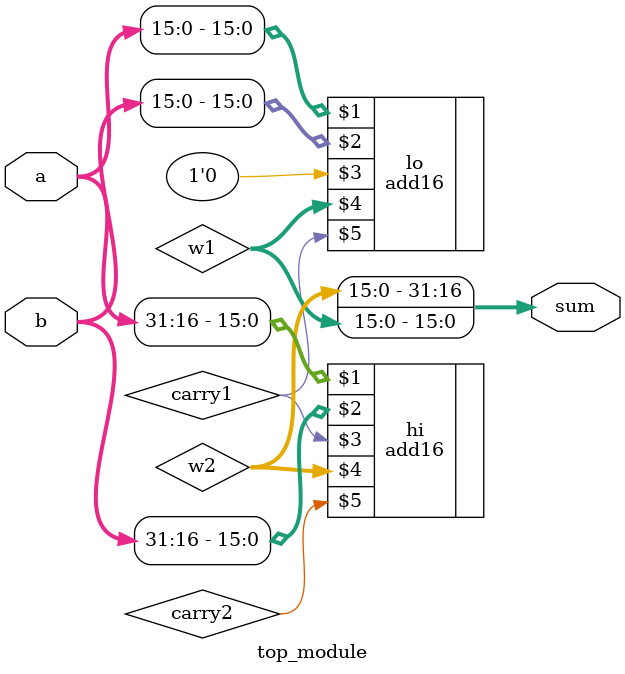
<source format=v>
module top_module(
    input [31:0] a,
    input [31:0] b,
    output [31:0] sum
);
    wire [15:0] w1,w2;
    wire carry1,carry2;
    
    add16 lo(a[15:0],b[15:0],1'b0,w1,carry1);
    add16 hi(a[31:16],b[31:16],carry1,w2,carry2);
    
    assign sum = {w2,w1};

endmodule
</source>
